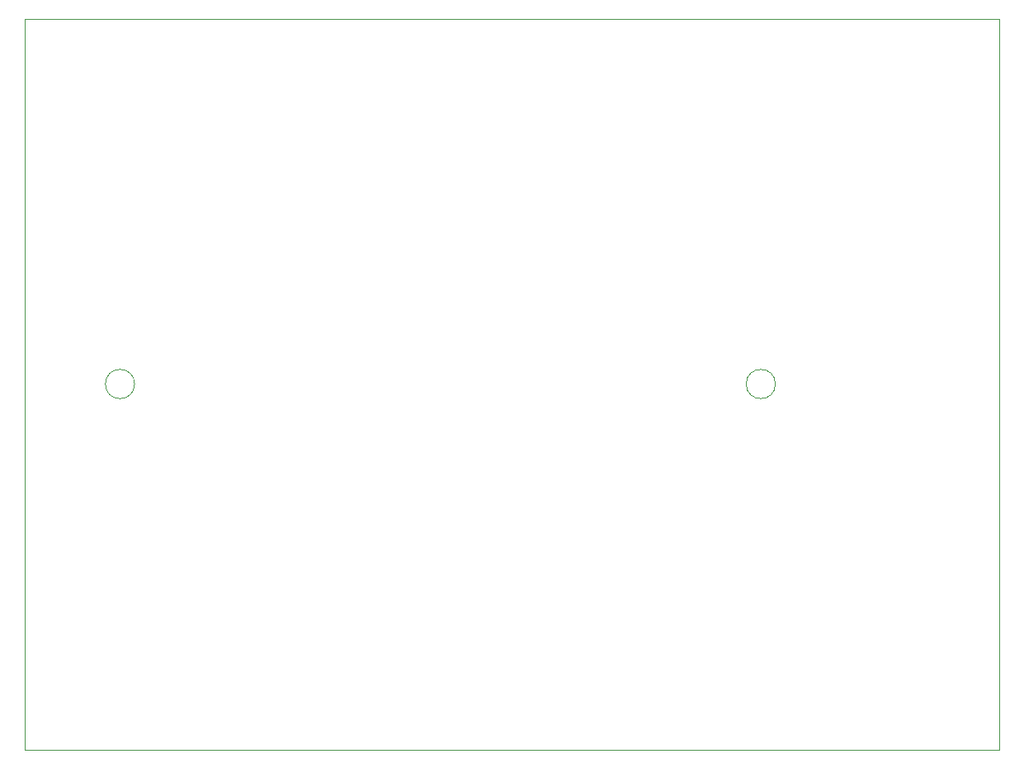
<source format=gbr>
%TF.GenerationSoftware,KiCad,Pcbnew,9.0.0*%
%TF.CreationDate,2025-05-21T10:21:18-06:00*%
%TF.ProjectId,Brush_EBoot_PCB_v1,42727573-685f-4454-926f-6f745f504342,rev?*%
%TF.SameCoordinates,Original*%
%TF.FileFunction,Profile,NP*%
%FSLAX46Y46*%
G04 Gerber Fmt 4.6, Leading zero omitted, Abs format (unit mm)*
G04 Created by KiCad (PCBNEW 9.0.0) date 2025-05-21 10:21:18*
%MOMM*%
%LPD*%
G01*
G04 APERTURE LIST*
%TA.AperFunction,Profile*%
%ADD10C,0.050000*%
%TD*%
G04 APERTURE END LIST*
D10*
X172120000Y-83020000D02*
G75*
G02*
X169120000Y-83020000I-1500000J0D01*
G01*
X169120000Y-83020000D02*
G75*
G02*
X172120000Y-83020000I1500000J0D01*
G01*
X106369172Y-83020000D02*
G75*
G02*
X103369172Y-83020000I-1500000J0D01*
G01*
X103369172Y-83020000D02*
G75*
G02*
X106369172Y-83020000I1500000J0D01*
G01*
X95080000Y-45530000D02*
X195080000Y-45530000D01*
X195080000Y-120530000D01*
X95080000Y-120530000D01*
X95080000Y-45530000D01*
M02*

</source>
